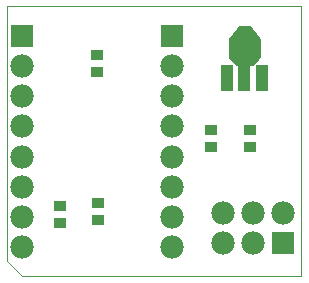
<source format=gts>
G75*
%MOIN*%
%OFA0B0*%
%FSLAX25Y25*%
%IPPOS*%
%LPD*%
%AMOC8*
5,1,8,0,0,1.08239X$1,22.5*
%
%ADD10C,0.00000*%
%ADD11R,0.04337X0.03550*%
%ADD12R,0.07782X0.07782*%
%ADD13C,0.07782*%
%ADD14R,0.04337X0.08668*%
%ADD15C,0.00039*%
D10*
X0027595Y0028433D02*
X0027595Y0113433D01*
X0125595Y0113433D01*
X0125595Y0023433D01*
X0032595Y0023433D01*
X0027595Y0028433D01*
D11*
X0045085Y0041079D03*
X0045085Y0046787D03*
X0057965Y0047737D03*
X0057965Y0042029D03*
X0095595Y0066579D03*
X0095595Y0072287D03*
X0108595Y0072287D03*
X0108595Y0066579D03*
X0057595Y0091579D03*
X0057595Y0097287D03*
D12*
X0032595Y0103433D03*
X0082595Y0103433D03*
X0119595Y0034433D03*
D13*
X0109595Y0034433D03*
X0099595Y0034433D03*
X0099595Y0044433D03*
X0109595Y0044433D03*
X0119595Y0044433D03*
X0082595Y0043276D03*
X0082595Y0053276D03*
X0082595Y0063276D03*
X0082595Y0073394D03*
X0082595Y0083394D03*
X0082595Y0093394D03*
X0032595Y0093394D03*
X0032595Y0083394D03*
X0032595Y0073394D03*
X0032595Y0063276D03*
X0032595Y0053276D03*
X0032595Y0043276D03*
X0032595Y0033276D03*
X0082595Y0033276D03*
D14*
X0100690Y0089559D03*
X0106595Y0089559D03*
X0112501Y0089559D03*
D15*
X0109154Y0093693D02*
X0104036Y0093693D01*
X0101477Y0096449D01*
X0101477Y0102551D01*
X0104823Y0106685D01*
X0108367Y0106685D01*
X0111713Y0102551D01*
X0111713Y0096449D01*
X0109154Y0093693D01*
X0109164Y0093703D02*
X0104027Y0093703D01*
X0103991Y0093741D02*
X0109199Y0093741D01*
X0109234Y0093779D02*
X0103956Y0093779D01*
X0103921Y0093817D02*
X0109269Y0093817D01*
X0109304Y0093855D02*
X0103886Y0093855D01*
X0103851Y0093892D02*
X0109340Y0093892D01*
X0109375Y0093930D02*
X0103816Y0093930D01*
X0103780Y0093968D02*
X0109410Y0093968D01*
X0109445Y0094006D02*
X0103745Y0094006D01*
X0103710Y0094044D02*
X0109480Y0094044D01*
X0109515Y0094082D02*
X0103675Y0094082D01*
X0103640Y0094120D02*
X0109551Y0094120D01*
X0109586Y0094158D02*
X0103605Y0094158D01*
X0103569Y0094196D02*
X0109621Y0094196D01*
X0109656Y0094233D02*
X0103534Y0094233D01*
X0103499Y0094271D02*
X0109691Y0094271D01*
X0109726Y0094309D02*
X0103464Y0094309D01*
X0103429Y0094347D02*
X0109762Y0094347D01*
X0109797Y0094385D02*
X0103394Y0094385D01*
X0103358Y0094423D02*
X0109832Y0094423D01*
X0109867Y0094461D02*
X0103323Y0094461D01*
X0103288Y0094499D02*
X0109902Y0094499D01*
X0109937Y0094536D02*
X0103253Y0094536D01*
X0103218Y0094574D02*
X0109973Y0094574D01*
X0110008Y0094612D02*
X0103182Y0094612D01*
X0103147Y0094650D02*
X0110043Y0094650D01*
X0110078Y0094688D02*
X0103112Y0094688D01*
X0103077Y0094726D02*
X0110113Y0094726D01*
X0110149Y0094764D02*
X0103042Y0094764D01*
X0103007Y0094802D02*
X0110184Y0094802D01*
X0110219Y0094840D02*
X0102971Y0094840D01*
X0102936Y0094877D02*
X0110254Y0094877D01*
X0110289Y0094915D02*
X0102901Y0094915D01*
X0102866Y0094953D02*
X0110324Y0094953D01*
X0110360Y0094991D02*
X0102831Y0094991D01*
X0102796Y0095029D02*
X0110395Y0095029D01*
X0110430Y0095067D02*
X0102760Y0095067D01*
X0102725Y0095105D02*
X0110465Y0095105D01*
X0110500Y0095143D02*
X0102690Y0095143D01*
X0102655Y0095180D02*
X0110535Y0095180D01*
X0110571Y0095218D02*
X0102620Y0095218D01*
X0102584Y0095256D02*
X0110606Y0095256D01*
X0110641Y0095294D02*
X0102549Y0095294D01*
X0102514Y0095332D02*
X0110676Y0095332D01*
X0110711Y0095370D02*
X0102479Y0095370D01*
X0102444Y0095408D02*
X0110747Y0095408D01*
X0110782Y0095446D02*
X0102409Y0095446D01*
X0102373Y0095483D02*
X0110817Y0095483D01*
X0110852Y0095521D02*
X0102338Y0095521D01*
X0102303Y0095559D02*
X0110887Y0095559D01*
X0110922Y0095597D02*
X0102268Y0095597D01*
X0102233Y0095635D02*
X0110958Y0095635D01*
X0110993Y0095673D02*
X0102198Y0095673D01*
X0102162Y0095711D02*
X0111028Y0095711D01*
X0111063Y0095749D02*
X0102127Y0095749D01*
X0102092Y0095787D02*
X0111098Y0095787D01*
X0111133Y0095824D02*
X0102057Y0095824D01*
X0102022Y0095862D02*
X0111169Y0095862D01*
X0111204Y0095900D02*
X0101986Y0095900D01*
X0101951Y0095938D02*
X0111239Y0095938D01*
X0111274Y0095976D02*
X0101916Y0095976D01*
X0101881Y0096014D02*
X0111309Y0096014D01*
X0111345Y0096052D02*
X0101846Y0096052D01*
X0101811Y0096090D02*
X0111380Y0096090D01*
X0111415Y0096127D02*
X0101775Y0096127D01*
X0101740Y0096165D02*
X0111450Y0096165D01*
X0111485Y0096203D02*
X0101705Y0096203D01*
X0101670Y0096241D02*
X0111520Y0096241D01*
X0111556Y0096279D02*
X0101635Y0096279D01*
X0101600Y0096317D02*
X0111591Y0096317D01*
X0111626Y0096355D02*
X0101564Y0096355D01*
X0101529Y0096393D02*
X0111661Y0096393D01*
X0111696Y0096431D02*
X0101494Y0096431D01*
X0101477Y0096468D02*
X0111713Y0096468D01*
X0111713Y0096506D02*
X0101477Y0096506D01*
X0101477Y0096544D02*
X0111713Y0096544D01*
X0111713Y0096582D02*
X0101477Y0096582D01*
X0101477Y0096620D02*
X0111713Y0096620D01*
X0111713Y0096658D02*
X0101477Y0096658D01*
X0101477Y0096696D02*
X0111713Y0096696D01*
X0111713Y0096734D02*
X0101477Y0096734D01*
X0101477Y0096771D02*
X0111713Y0096771D01*
X0111713Y0096809D02*
X0101477Y0096809D01*
X0101477Y0096847D02*
X0111713Y0096847D01*
X0111713Y0096885D02*
X0101477Y0096885D01*
X0101477Y0096923D02*
X0111713Y0096923D01*
X0111713Y0096961D02*
X0101477Y0096961D01*
X0101477Y0096999D02*
X0111713Y0096999D01*
X0111713Y0097037D02*
X0101477Y0097037D01*
X0101477Y0097075D02*
X0111713Y0097075D01*
X0111713Y0097112D02*
X0101477Y0097112D01*
X0101477Y0097150D02*
X0111713Y0097150D01*
X0111713Y0097188D02*
X0101477Y0097188D01*
X0101477Y0097226D02*
X0111713Y0097226D01*
X0111713Y0097264D02*
X0101477Y0097264D01*
X0101477Y0097302D02*
X0111713Y0097302D01*
X0111713Y0097340D02*
X0101477Y0097340D01*
X0101477Y0097378D02*
X0111713Y0097378D01*
X0111713Y0097415D02*
X0101477Y0097415D01*
X0101477Y0097453D02*
X0111713Y0097453D01*
X0111713Y0097491D02*
X0101477Y0097491D01*
X0101477Y0097529D02*
X0111713Y0097529D01*
X0111713Y0097567D02*
X0101477Y0097567D01*
X0101477Y0097605D02*
X0111713Y0097605D01*
X0111713Y0097643D02*
X0101477Y0097643D01*
X0101477Y0097681D02*
X0111713Y0097681D01*
X0111713Y0097718D02*
X0101477Y0097718D01*
X0101477Y0097756D02*
X0111713Y0097756D01*
X0111713Y0097794D02*
X0101477Y0097794D01*
X0101477Y0097832D02*
X0111713Y0097832D01*
X0111713Y0097870D02*
X0101477Y0097870D01*
X0101477Y0097908D02*
X0111713Y0097908D01*
X0111713Y0097946D02*
X0101477Y0097946D01*
X0101477Y0097984D02*
X0111713Y0097984D01*
X0111713Y0098022D02*
X0101477Y0098022D01*
X0101477Y0098059D02*
X0111713Y0098059D01*
X0111713Y0098097D02*
X0101477Y0098097D01*
X0101477Y0098135D02*
X0111713Y0098135D01*
X0111713Y0098173D02*
X0101477Y0098173D01*
X0101477Y0098211D02*
X0111713Y0098211D01*
X0111713Y0098249D02*
X0101477Y0098249D01*
X0101477Y0098287D02*
X0111713Y0098287D01*
X0111713Y0098325D02*
X0101477Y0098325D01*
X0101477Y0098362D02*
X0111713Y0098362D01*
X0111713Y0098400D02*
X0101477Y0098400D01*
X0101477Y0098438D02*
X0111713Y0098438D01*
X0111713Y0098476D02*
X0101477Y0098476D01*
X0101477Y0098514D02*
X0111713Y0098514D01*
X0111713Y0098552D02*
X0101477Y0098552D01*
X0101477Y0098590D02*
X0111713Y0098590D01*
X0111713Y0098628D02*
X0101477Y0098628D01*
X0101477Y0098666D02*
X0111713Y0098666D01*
X0111713Y0098703D02*
X0101477Y0098703D01*
X0101477Y0098741D02*
X0111713Y0098741D01*
X0111713Y0098779D02*
X0101477Y0098779D01*
X0101477Y0098817D02*
X0111713Y0098817D01*
X0111713Y0098855D02*
X0101477Y0098855D01*
X0101477Y0098893D02*
X0111713Y0098893D01*
X0111713Y0098931D02*
X0101477Y0098931D01*
X0101477Y0098969D02*
X0111713Y0098969D01*
X0111713Y0099006D02*
X0101477Y0099006D01*
X0101477Y0099044D02*
X0111713Y0099044D01*
X0111713Y0099082D02*
X0101477Y0099082D01*
X0101477Y0099120D02*
X0111713Y0099120D01*
X0111713Y0099158D02*
X0101477Y0099158D01*
X0101477Y0099196D02*
X0111713Y0099196D01*
X0111713Y0099234D02*
X0101477Y0099234D01*
X0101477Y0099272D02*
X0111713Y0099272D01*
X0111713Y0099310D02*
X0101477Y0099310D01*
X0101477Y0099347D02*
X0111713Y0099347D01*
X0111713Y0099385D02*
X0101477Y0099385D01*
X0101477Y0099423D02*
X0111713Y0099423D01*
X0111713Y0099461D02*
X0101477Y0099461D01*
X0101477Y0099499D02*
X0111713Y0099499D01*
X0111713Y0099537D02*
X0101477Y0099537D01*
X0101477Y0099575D02*
X0111713Y0099575D01*
X0111713Y0099613D02*
X0101477Y0099613D01*
X0101477Y0099650D02*
X0111713Y0099650D01*
X0111713Y0099688D02*
X0101477Y0099688D01*
X0101477Y0099726D02*
X0111713Y0099726D01*
X0111713Y0099764D02*
X0101477Y0099764D01*
X0101477Y0099802D02*
X0111713Y0099802D01*
X0111713Y0099840D02*
X0101477Y0099840D01*
X0101477Y0099878D02*
X0111713Y0099878D01*
X0111713Y0099916D02*
X0101477Y0099916D01*
X0101477Y0099953D02*
X0111713Y0099953D01*
X0111713Y0099991D02*
X0101477Y0099991D01*
X0101477Y0100029D02*
X0111713Y0100029D01*
X0111713Y0100067D02*
X0101477Y0100067D01*
X0101477Y0100105D02*
X0111713Y0100105D01*
X0111713Y0100143D02*
X0101477Y0100143D01*
X0101477Y0100181D02*
X0111713Y0100181D01*
X0111713Y0100219D02*
X0101477Y0100219D01*
X0101477Y0100257D02*
X0111713Y0100257D01*
X0111713Y0100294D02*
X0101477Y0100294D01*
X0101477Y0100332D02*
X0111713Y0100332D01*
X0111713Y0100370D02*
X0101477Y0100370D01*
X0101477Y0100408D02*
X0111713Y0100408D01*
X0111713Y0100446D02*
X0101477Y0100446D01*
X0101477Y0100484D02*
X0111713Y0100484D01*
X0111713Y0100522D02*
X0101477Y0100522D01*
X0101477Y0100560D02*
X0111713Y0100560D01*
X0111713Y0100597D02*
X0101477Y0100597D01*
X0101477Y0100635D02*
X0111713Y0100635D01*
X0111713Y0100673D02*
X0101477Y0100673D01*
X0101477Y0100711D02*
X0111713Y0100711D01*
X0111713Y0100749D02*
X0101477Y0100749D01*
X0101477Y0100787D02*
X0111713Y0100787D01*
X0111713Y0100825D02*
X0101477Y0100825D01*
X0101477Y0100863D02*
X0111713Y0100863D01*
X0111713Y0100901D02*
X0101477Y0100901D01*
X0101477Y0100938D02*
X0111713Y0100938D01*
X0111713Y0100976D02*
X0101477Y0100976D01*
X0101477Y0101014D02*
X0111713Y0101014D01*
X0111713Y0101052D02*
X0101477Y0101052D01*
X0101477Y0101090D02*
X0111713Y0101090D01*
X0111713Y0101128D02*
X0101477Y0101128D01*
X0101477Y0101166D02*
X0111713Y0101166D01*
X0111713Y0101204D02*
X0101477Y0101204D01*
X0101477Y0101241D02*
X0111713Y0101241D01*
X0111713Y0101279D02*
X0101477Y0101279D01*
X0101477Y0101317D02*
X0111713Y0101317D01*
X0111713Y0101355D02*
X0101477Y0101355D01*
X0101477Y0101393D02*
X0111713Y0101393D01*
X0111713Y0101431D02*
X0101477Y0101431D01*
X0101477Y0101469D02*
X0111713Y0101469D01*
X0111713Y0101507D02*
X0101477Y0101507D01*
X0101477Y0101545D02*
X0111713Y0101545D01*
X0111713Y0101582D02*
X0101477Y0101582D01*
X0101477Y0101620D02*
X0111713Y0101620D01*
X0111713Y0101658D02*
X0101477Y0101658D01*
X0101477Y0101696D02*
X0111713Y0101696D01*
X0111713Y0101734D02*
X0101477Y0101734D01*
X0101477Y0101772D02*
X0111713Y0101772D01*
X0111713Y0101810D02*
X0101477Y0101810D01*
X0101477Y0101848D02*
X0111713Y0101848D01*
X0111713Y0101885D02*
X0101477Y0101885D01*
X0101477Y0101923D02*
X0111713Y0101923D01*
X0111713Y0101961D02*
X0101477Y0101961D01*
X0101477Y0101999D02*
X0111713Y0101999D01*
X0111713Y0102037D02*
X0101477Y0102037D01*
X0101477Y0102075D02*
X0111713Y0102075D01*
X0111713Y0102113D02*
X0101477Y0102113D01*
X0101477Y0102151D02*
X0111713Y0102151D01*
X0111713Y0102188D02*
X0101477Y0102188D01*
X0101477Y0102226D02*
X0111713Y0102226D01*
X0111713Y0102264D02*
X0101477Y0102264D01*
X0101477Y0102302D02*
X0111713Y0102302D01*
X0111713Y0102340D02*
X0101477Y0102340D01*
X0101477Y0102378D02*
X0111713Y0102378D01*
X0111713Y0102416D02*
X0101477Y0102416D01*
X0101477Y0102454D02*
X0111713Y0102454D01*
X0111713Y0102492D02*
X0101477Y0102492D01*
X0101477Y0102529D02*
X0111713Y0102529D01*
X0111700Y0102567D02*
X0101490Y0102567D01*
X0101521Y0102605D02*
X0111670Y0102605D01*
X0111639Y0102643D02*
X0101551Y0102643D01*
X0101582Y0102681D02*
X0111608Y0102681D01*
X0111578Y0102719D02*
X0101613Y0102719D01*
X0101643Y0102757D02*
X0111547Y0102757D01*
X0111516Y0102795D02*
X0101674Y0102795D01*
X0101705Y0102832D02*
X0111486Y0102832D01*
X0111455Y0102870D02*
X0101735Y0102870D01*
X0101766Y0102908D02*
X0111424Y0102908D01*
X0111394Y0102946D02*
X0101797Y0102946D01*
X0101827Y0102984D02*
X0111363Y0102984D01*
X0111332Y0103022D02*
X0101858Y0103022D01*
X0101889Y0103060D02*
X0111302Y0103060D01*
X0111271Y0103098D02*
X0101919Y0103098D01*
X0101950Y0103136D02*
X0111240Y0103136D01*
X0111210Y0103173D02*
X0101981Y0103173D01*
X0102011Y0103211D02*
X0111179Y0103211D01*
X0111148Y0103249D02*
X0102042Y0103249D01*
X0102073Y0103287D02*
X0111118Y0103287D01*
X0111087Y0103325D02*
X0102103Y0103325D01*
X0102134Y0103363D02*
X0111056Y0103363D01*
X0111026Y0103401D02*
X0102165Y0103401D01*
X0102195Y0103439D02*
X0110995Y0103439D01*
X0110964Y0103476D02*
X0102226Y0103476D01*
X0102257Y0103514D02*
X0110934Y0103514D01*
X0110903Y0103552D02*
X0102287Y0103552D01*
X0102318Y0103590D02*
X0110872Y0103590D01*
X0110842Y0103628D02*
X0102349Y0103628D01*
X0102379Y0103666D02*
X0110811Y0103666D01*
X0110780Y0103704D02*
X0102410Y0103704D01*
X0102441Y0103742D02*
X0110750Y0103742D01*
X0110719Y0103780D02*
X0102471Y0103780D01*
X0102502Y0103817D02*
X0110688Y0103817D01*
X0110658Y0103855D02*
X0102533Y0103855D01*
X0102563Y0103893D02*
X0110627Y0103893D01*
X0110596Y0103931D02*
X0102594Y0103931D01*
X0102625Y0103969D02*
X0110566Y0103969D01*
X0110535Y0104007D02*
X0102655Y0104007D01*
X0102686Y0104045D02*
X0110504Y0104045D01*
X0110474Y0104083D02*
X0102717Y0104083D01*
X0102747Y0104120D02*
X0110443Y0104120D01*
X0110412Y0104158D02*
X0102778Y0104158D01*
X0102809Y0104196D02*
X0110382Y0104196D01*
X0110351Y0104234D02*
X0102839Y0104234D01*
X0102870Y0104272D02*
X0110320Y0104272D01*
X0110290Y0104310D02*
X0102901Y0104310D01*
X0102931Y0104348D02*
X0110259Y0104348D01*
X0110228Y0104386D02*
X0102962Y0104386D01*
X0102993Y0104423D02*
X0110198Y0104423D01*
X0110167Y0104461D02*
X0103023Y0104461D01*
X0103054Y0104499D02*
X0110136Y0104499D01*
X0110106Y0104537D02*
X0103085Y0104537D01*
X0103115Y0104575D02*
X0110075Y0104575D01*
X0110044Y0104613D02*
X0103146Y0104613D01*
X0103177Y0104651D02*
X0110014Y0104651D01*
X0109983Y0104689D02*
X0103207Y0104689D01*
X0103238Y0104727D02*
X0109952Y0104727D01*
X0109922Y0104764D02*
X0103269Y0104764D01*
X0103299Y0104802D02*
X0109891Y0104802D01*
X0109860Y0104840D02*
X0103330Y0104840D01*
X0103361Y0104878D02*
X0109830Y0104878D01*
X0109799Y0104916D02*
X0103391Y0104916D01*
X0103422Y0104954D02*
X0109768Y0104954D01*
X0109738Y0104992D02*
X0103453Y0104992D01*
X0103483Y0105030D02*
X0109707Y0105030D01*
X0109676Y0105067D02*
X0103514Y0105067D01*
X0103545Y0105105D02*
X0109646Y0105105D01*
X0109615Y0105143D02*
X0103575Y0105143D01*
X0103606Y0105181D02*
X0109584Y0105181D01*
X0109554Y0105219D02*
X0103637Y0105219D01*
X0103667Y0105257D02*
X0109523Y0105257D01*
X0109492Y0105295D02*
X0103698Y0105295D01*
X0103729Y0105333D02*
X0109462Y0105333D01*
X0109431Y0105371D02*
X0103759Y0105371D01*
X0103790Y0105408D02*
X0109400Y0105408D01*
X0109370Y0105446D02*
X0103821Y0105446D01*
X0103851Y0105484D02*
X0109339Y0105484D01*
X0109308Y0105522D02*
X0103882Y0105522D01*
X0103913Y0105560D02*
X0109278Y0105560D01*
X0109247Y0105598D02*
X0103943Y0105598D01*
X0103974Y0105636D02*
X0109216Y0105636D01*
X0109186Y0105674D02*
X0104005Y0105674D01*
X0104035Y0105711D02*
X0109155Y0105711D01*
X0109124Y0105749D02*
X0104066Y0105749D01*
X0104097Y0105787D02*
X0109094Y0105787D01*
X0109063Y0105825D02*
X0104127Y0105825D01*
X0104158Y0105863D02*
X0109032Y0105863D01*
X0109002Y0105901D02*
X0104189Y0105901D01*
X0104219Y0105939D02*
X0108971Y0105939D01*
X0108940Y0105977D02*
X0104250Y0105977D01*
X0104281Y0106015D02*
X0108910Y0106015D01*
X0108879Y0106052D02*
X0104311Y0106052D01*
X0104342Y0106090D02*
X0108848Y0106090D01*
X0108818Y0106128D02*
X0104373Y0106128D01*
X0104403Y0106166D02*
X0108787Y0106166D01*
X0108756Y0106204D02*
X0104434Y0106204D01*
X0104465Y0106242D02*
X0108726Y0106242D01*
X0108695Y0106280D02*
X0104495Y0106280D01*
X0104526Y0106318D02*
X0108664Y0106318D01*
X0108634Y0106355D02*
X0104557Y0106355D01*
X0104587Y0106393D02*
X0108603Y0106393D01*
X0108572Y0106431D02*
X0104618Y0106431D01*
X0104649Y0106469D02*
X0108542Y0106469D01*
X0108511Y0106507D02*
X0104679Y0106507D01*
X0104710Y0106545D02*
X0108480Y0106545D01*
X0108450Y0106583D02*
X0104741Y0106583D01*
X0104771Y0106621D02*
X0108419Y0106621D01*
X0108388Y0106659D02*
X0104802Y0106659D01*
M02*

</source>
